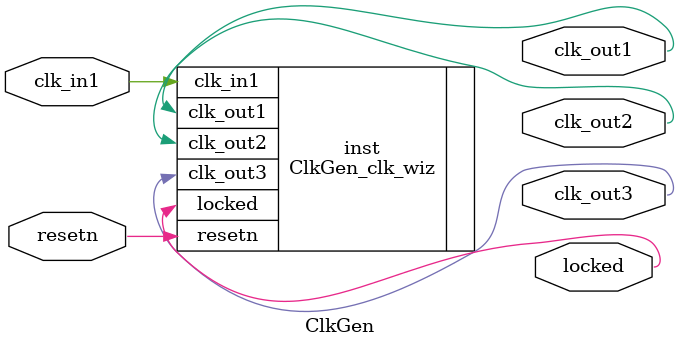
<source format=v>


`timescale 1ps/1ps

(* CORE_GENERATION_INFO = "ClkGen,clk_wiz_v6_0_1_0_0,{component_name=ClkGen,use_phase_alignment=true,use_min_o_jitter=false,use_max_i_jitter=false,use_dyn_phase_shift=false,use_inclk_switchover=false,use_dyn_reconfig=false,enable_axi=0,feedback_source=FDBK_AUTO,PRIMITIVE=MMCM,num_out_clk=3,clkin1_period=5.000,clkin2_period=10.0,use_power_down=false,use_reset=true,use_locked=true,use_inclk_stopped=false,feedback_type=SINGLE,CLOCK_MGR_TYPE=NA,manual_override=false}" *)

module ClkGen 
 (
  // Clock out ports
  output        clk_out1,
  output        clk_out2,
  output        clk_out3,
  // Status and control signals
  input         resetn,
  output        locked,
 // Clock in ports
  input         clk_in1
 );

  ClkGen_clk_wiz inst
  (
  // Clock out ports  
  .clk_out1(clk_out1),
  .clk_out2(clk_out2),
  .clk_out3(clk_out3),
  // Status and control signals               
  .resetn(resetn), 
  .locked(locked),
 // Clock in ports
  .clk_in1(clk_in1)
  );

endmodule

</source>
